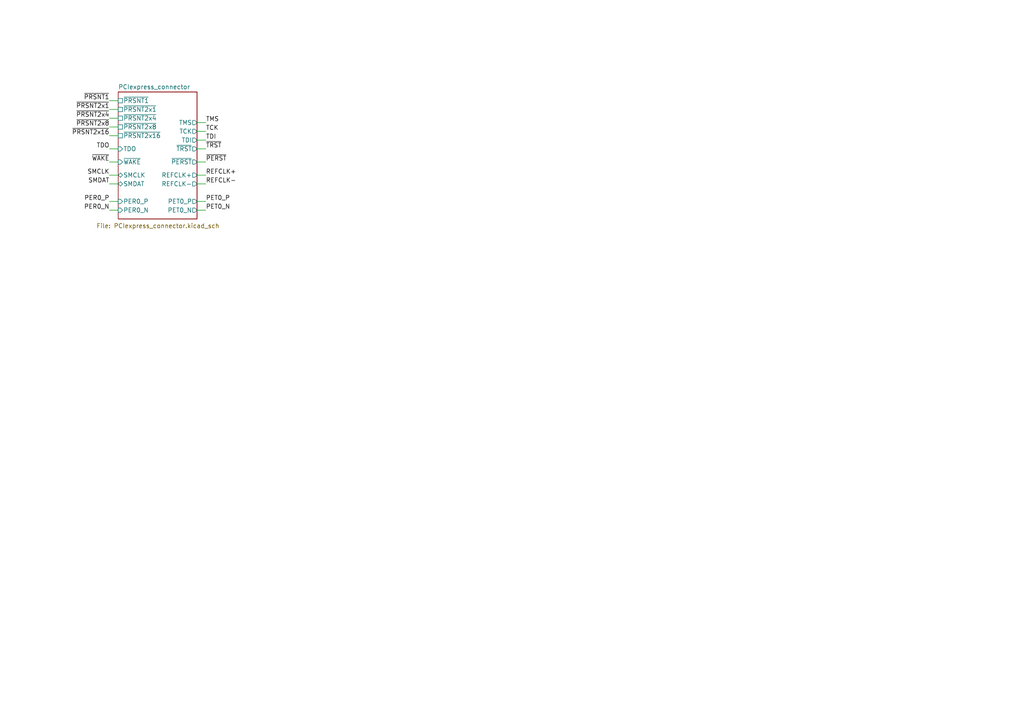
<source format=kicad_sch>
(kicad_sch (version 20211123) (generator eeschema)
  (paper "A4")
  (title_block (title "PCIexpress_x1_full") (company "Author: Luca Anastasio"))
  (lib_symbols)
  (wire (pts (xy 31.75 36.83) (xy 34.29 36.83)))
  (wire (pts (xy 57.15 38.1) (xy 59.69 38.1)))
  (wire (pts (xy 31.75 31.75) (xy 34.29 31.75)))
  (wire (pts (xy 31.75 34.29) (xy 34.29 34.29)))
  (wire (pts (xy 57.15 46.99) (xy 59.69 46.99)))
  (wire (pts (xy 31.75 39.37) (xy 34.29 39.37)))
  (wire (pts (xy 31.75 50.8) (xy 34.29 50.8)))
  (wire (pts (xy 31.75 60.96) (xy 34.29 60.96)))
  (wire (pts (xy 31.75 29.21) (xy 34.29 29.21)))
  (wire (pts (xy 57.15 35.56) (xy 59.69 35.56)))
  (wire (pts (xy 57.15 40.64) (xy 59.69 40.64)))
  (wire (pts (xy 31.75 46.99) (xy 34.29 46.99)))
  (wire (pts (xy 31.75 53.34) (xy 34.29 53.34)))
  (wire (pts (xy 57.15 43.18) (xy 59.69 43.18)))
  (wire (pts (xy 57.15 60.96) (xy 59.69 60.96)))
  (wire (pts (xy 57.15 50.8) (xy 59.69 50.8)))
  (wire (pts (xy 57.15 58.42) (xy 59.69 58.42)))
  (wire (pts (xy 57.15 53.34) (xy 59.69 53.34)))
  (wire (pts (xy 31.75 58.42) (xy 34.29 58.42)))
  (wire (pts (xy 31.75 43.18) (xy 34.29 43.18)))
  (label "~{PRSNT2x8}" (at 31.75 36.83 180))
  (label "~{TRST}" (at 59.69 43.18 0))
  (label "TDI" (at 59.69 40.64 0))
  (label "~{PRSNT2x4}" (at 31.75 34.29 180))
  (label "~{PRSNT2x16}" (at 31.75 39.37 180))
  (label "REFCLK+" (at 59.69 50.8 0))
  (label "SMCLK" (at 31.75 50.8 180))
  (label "PER0_P" (at 31.75 58.42 180))
  (label "REFCLK-" (at 59.69 53.34 0))
  (label "TCK" (at 59.69 38.1 0))
  (label "~{WAKE}" (at 31.75 46.99 180))
  (label "TDO" (at 31.75 43.18 180))
  (label "SMDAT" (at 31.75 53.34 180))
  (label "~{PRSNT2x1}" (at 31.75 31.75 180))
  (label "PET0_P" (at 59.69 58.42 0))
  (label "~{PRSNT1}" (at 31.75 29.21 180))
  (label "TMS" (at 59.69 35.56 0))
  (label "~{PERST}" (at 59.69 46.99 0))
  (label "PET0_N" (at 59.69 60.96 0))
  (label "PER0_N" (at 31.75 60.96 180))
  (sheet (at 34.29 26.67) (size 22.86 36.83)
    (property "Sheet name" "PCIexpress_connector" (at 34.29 25.9584 0) (effects (justify left bottom)))
    (property "Sheet file" "PCIexpress_connector.kicad_sch" (at 27.94 64.77 0) (effects (justify left top)))
    (pin "PET0_P" output (at 57.15 58.42 0))
    (pin "PET0_N" output (at 57.15 60.96 0))
    (pin "REFCLK+" output (at 57.15 50.8 0))
    (pin "REFCLK-" output (at 57.15 53.34 0))
    (pin "~{PRSNT2x16}" passive (at 34.29 39.37 180))
    (pin "TDO" input (at 34.29 43.18 180))
    (pin "TMS" output (at 57.15 35.56 0))
    (pin "TDI" output (at 57.15 40.64 0))
    (pin "TCK" output (at 57.15 38.1 0))
    (pin "~{WAKE}" input (at 34.29 46.99 180))
    (pin "~{TRST}" output (at 57.15 43.18 0))
    (pin "SMCLK" bidirectional (at 34.29 50.8 180))
    (pin "SMDAT" bidirectional (at 34.29 53.34 180))
    (pin "~{PERST}" output (at 57.15 46.99 0))
    (pin "~{PRSNT1}" passive (at 34.29 29.21 180))
    (pin "~{PRSNT2x8}" passive (at 34.29 36.83 180))
    (pin "~{PRSNT2x4}" passive (at 34.29 34.29 180))
    (pin "~{PRSNT2x1}" passive (at 34.29 31.75 180))
    (pin "PER0_N" input (at 34.29 60.96 180))
    (pin "PER0_P" input (at 34.29 58.42 180))
  )
)
</source>
